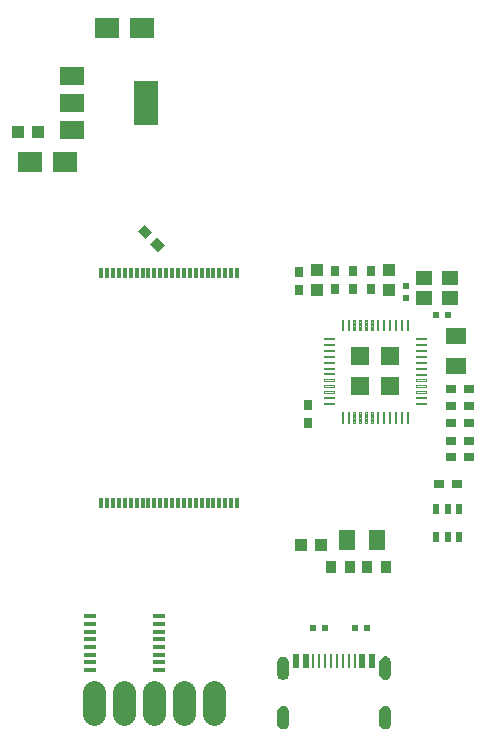
<source format=gbr>
G04 EAGLE Gerber RS-274X export*
G75*
%MOMM*%
%FSLAX34Y34*%
%LPD*%
%INSolderpaste Top*%
%IPPOS*%
%AMOC8*
5,1,8,0,0,1.08239X$1,22.5*%
G01*
%ADD10R,0.900000X1.000000*%
%ADD11R,0.600000X0.900000*%
%ADD12R,1.000000X1.100000*%
%ADD13R,1.100000X1.000000*%
%ADD14R,1.500000X1.500000*%
%ADD15C,0.115000*%
%ADD16R,1.400000X1.200000*%
%ADD17R,0.800000X0.900000*%
%ADD18R,1.400000X1.800000*%
%ADD19R,0.900000X0.800000*%
%ADD20R,0.600000X0.600000*%
%ADD21R,1.800000X1.400000*%
%ADD22R,0.575000X1.150000*%
%ADD23R,0.275000X1.150000*%
%ADD24R,0.300000X0.900000*%
%ADD25R,0.990600X0.304800*%
%ADD26R,2.150000X1.800000*%
%ADD27R,1.050000X1.080000*%
%ADD28R,2.000000X1.500000*%
%ADD29R,2.000000X3.800000*%
%ADD30C,1.930400*%

G36*
X438081Y45455D02*
X438081Y45455D01*
X438082Y45456D01*
X438083Y45455D01*
X439103Y45812D01*
X439103Y45813D01*
X439104Y45813D01*
X440019Y46388D01*
X440020Y46388D01*
X440784Y47153D01*
X441359Y48068D01*
X441359Y48069D01*
X441360Y48069D01*
X441717Y49089D01*
X441717Y49090D01*
X441716Y49090D01*
X441717Y49091D01*
X441717Y49095D01*
X441718Y49100D01*
X441719Y49105D01*
X441721Y49125D01*
X441721Y49129D01*
X441721Y49130D01*
X441722Y49134D01*
X441722Y49135D01*
X441722Y49139D01*
X441723Y49144D01*
X441724Y49149D01*
X441724Y49154D01*
X441725Y49159D01*
X441725Y49164D01*
X441727Y49184D01*
X441728Y49184D01*
X441728Y49189D01*
X441729Y49194D01*
X441729Y49199D01*
X441730Y49204D01*
X441730Y49209D01*
X441731Y49214D01*
X441731Y49219D01*
X441732Y49224D01*
X441734Y49244D01*
X441735Y49249D01*
X441735Y49254D01*
X441736Y49259D01*
X441736Y49264D01*
X441737Y49269D01*
X441738Y49274D01*
X441738Y49279D01*
X441741Y49303D01*
X441741Y49308D01*
X441742Y49308D01*
X441741Y49308D01*
X441742Y49313D01*
X441743Y49318D01*
X441743Y49323D01*
X441744Y49328D01*
X441744Y49333D01*
X441745Y49338D01*
X441748Y49363D01*
X441748Y49368D01*
X441749Y49373D01*
X441749Y49378D01*
X441750Y49383D01*
X441750Y49388D01*
X441751Y49393D01*
X441752Y49398D01*
X441754Y49418D01*
X441754Y49423D01*
X441755Y49428D01*
X441755Y49433D01*
X441756Y49433D01*
X441755Y49433D01*
X441756Y49438D01*
X441757Y49443D01*
X441757Y49447D01*
X441757Y49448D01*
X441758Y49452D01*
X441758Y49453D01*
X441758Y49457D01*
X441761Y49477D01*
X441761Y49482D01*
X441762Y49487D01*
X441762Y49492D01*
X441763Y49497D01*
X441763Y49502D01*
X441764Y49507D01*
X441764Y49512D01*
X441765Y49517D01*
X441767Y49537D01*
X441768Y49542D01*
X441768Y49547D01*
X441769Y49552D01*
X441769Y49557D01*
X441770Y49557D01*
X441769Y49557D01*
X441770Y49562D01*
X441771Y49567D01*
X441771Y49572D01*
X441772Y49577D01*
X441774Y49597D01*
X441775Y49602D01*
X441775Y49606D01*
X441775Y49607D01*
X441776Y49611D01*
X441776Y49612D01*
X441776Y49616D01*
X441777Y49621D01*
X441777Y49626D01*
X441778Y49631D01*
X441781Y49656D01*
X441781Y49661D01*
X441782Y49666D01*
X441782Y49671D01*
X441783Y49676D01*
X441783Y49681D01*
X441784Y49681D01*
X441783Y49681D01*
X441784Y49686D01*
X441785Y49691D01*
X441787Y49716D01*
X441788Y49721D01*
X441789Y49726D01*
X441789Y49731D01*
X441790Y49736D01*
X441790Y49741D01*
X441791Y49746D01*
X441791Y49751D01*
X441794Y49770D01*
X441794Y49771D01*
X441794Y49775D01*
X441795Y49780D01*
X441795Y49785D01*
X441796Y49790D01*
X441796Y49795D01*
X441797Y49800D01*
X441797Y49805D01*
X441798Y49805D01*
X441797Y49805D01*
X441798Y49810D01*
X441800Y49830D01*
X441801Y49835D01*
X441801Y49840D01*
X441802Y49845D01*
X441803Y49850D01*
X441803Y49855D01*
X441804Y49860D01*
X441804Y49865D01*
X441805Y49870D01*
X441807Y49890D01*
X441808Y49895D01*
X441808Y49900D01*
X441809Y49905D01*
X441809Y49910D01*
X441810Y49915D01*
X441810Y49920D01*
X441811Y49924D01*
X441811Y49925D01*
X441811Y49929D01*
X441812Y49929D01*
X441811Y49930D01*
X441814Y49949D01*
X441814Y49954D01*
X441815Y49959D01*
X441815Y49964D01*
X441816Y49969D01*
X441817Y49974D01*
X441817Y49979D01*
X441818Y49984D01*
X441820Y50009D01*
X441821Y50014D01*
X441822Y50019D01*
X441822Y50024D01*
X441823Y50029D01*
X441823Y50034D01*
X441824Y50039D01*
X441824Y50044D01*
X441827Y50069D01*
X441828Y50074D01*
X441828Y50079D01*
X441829Y50083D01*
X441829Y50084D01*
X441829Y50088D01*
X441829Y50089D01*
X441830Y50093D01*
X441831Y50098D01*
X441831Y50103D01*
X441833Y50123D01*
X441834Y50128D01*
X441834Y50133D01*
X441835Y50138D01*
X441836Y50143D01*
X441836Y50148D01*
X441837Y50153D01*
X441837Y50158D01*
X441838Y50163D01*
X441838Y50164D01*
X441838Y50165D01*
X441838Y60325D01*
X441838Y60326D01*
X441717Y61399D01*
X441716Y61400D01*
X441717Y61401D01*
X441360Y62421D01*
X441359Y62421D01*
X441359Y62422D01*
X440784Y63337D01*
X440784Y63338D01*
X440020Y64102D01*
X440019Y64102D01*
X439104Y64677D01*
X439103Y64677D01*
X439103Y64678D01*
X438083Y65035D01*
X438082Y65034D01*
X438081Y65035D01*
X437008Y65156D01*
X437007Y65156D01*
X437006Y65156D01*
X436640Y65115D01*
X436596Y65110D01*
X436552Y65105D01*
X436508Y65100D01*
X435978Y65040D01*
X435934Y65035D01*
X435890Y65030D01*
X435876Y65029D01*
X435876Y65028D01*
X435875Y65028D01*
X434801Y64653D01*
X434801Y64652D01*
X434800Y64652D01*
X433837Y64047D01*
X433837Y64046D01*
X433836Y64046D01*
X433032Y63242D01*
X433032Y63241D01*
X433031Y63241D01*
X432426Y62278D01*
X432426Y62277D01*
X432425Y62277D01*
X432050Y61203D01*
X432050Y61202D01*
X432049Y61202D01*
X432048Y61190D01*
X432048Y61185D01*
X432047Y61180D01*
X432046Y61175D01*
X432046Y61170D01*
X432045Y61165D01*
X432045Y61160D01*
X432044Y61155D01*
X432044Y61150D01*
X432041Y61130D01*
X432041Y61125D01*
X432040Y61120D01*
X432040Y61115D01*
X432039Y61110D01*
X432039Y61105D01*
X432038Y61101D01*
X432038Y61100D01*
X432037Y61096D01*
X432037Y61095D01*
X432037Y61091D01*
X432035Y61071D01*
X432034Y61066D01*
X432034Y61061D01*
X432033Y61056D01*
X432032Y61051D01*
X432032Y61046D01*
X432031Y61041D01*
X432031Y61036D01*
X432030Y61031D01*
X432028Y61011D01*
X432027Y61006D01*
X432027Y61001D01*
X432026Y60996D01*
X432026Y60991D01*
X432025Y60986D01*
X432025Y60981D01*
X432024Y60976D01*
X432023Y60971D01*
X432021Y60951D01*
X432021Y60946D01*
X432020Y60942D01*
X432020Y60941D01*
X432020Y60937D01*
X432020Y60936D01*
X432019Y60932D01*
X432018Y60927D01*
X432018Y60922D01*
X432017Y60917D01*
X432017Y60912D01*
X432015Y60892D01*
X432014Y60892D01*
X432014Y60887D01*
X432013Y60882D01*
X432013Y60877D01*
X432012Y60872D01*
X432012Y60867D01*
X432011Y60862D01*
X432011Y60857D01*
X432010Y60852D01*
X432008Y60832D01*
X432007Y60827D01*
X432007Y60822D01*
X432006Y60817D01*
X432006Y60812D01*
X432005Y60807D01*
X432004Y60802D01*
X432004Y60797D01*
X432003Y60792D01*
X432001Y60773D01*
X432001Y60768D01*
X432000Y60768D01*
X432001Y60768D01*
X432000Y60763D01*
X431999Y60758D01*
X431999Y60753D01*
X431998Y60748D01*
X431998Y60743D01*
X431997Y60738D01*
X431997Y60733D01*
X431994Y60713D01*
X431994Y60708D01*
X431993Y60703D01*
X431993Y60698D01*
X431992Y60693D01*
X431992Y60688D01*
X431991Y60683D01*
X431990Y60678D01*
X431990Y60673D01*
X431988Y60653D01*
X431987Y60648D01*
X431987Y60643D01*
X431986Y60643D01*
X431987Y60643D01*
X431986Y60638D01*
X431985Y60633D01*
X431985Y60628D01*
X431984Y60624D01*
X431984Y60623D01*
X431984Y60619D01*
X431984Y60618D01*
X431983Y60614D01*
X431981Y60594D01*
X431980Y60589D01*
X431980Y60584D01*
X431979Y60579D01*
X431979Y60574D01*
X431978Y60569D01*
X431978Y60564D01*
X431977Y60559D01*
X431974Y60534D01*
X431974Y60529D01*
X431973Y60524D01*
X431973Y60519D01*
X431972Y60519D01*
X431973Y60519D01*
X431972Y60514D01*
X431971Y60509D01*
X431971Y60504D01*
X431970Y60499D01*
X431967Y60474D01*
X431967Y60469D01*
X431966Y60465D01*
X431966Y60464D01*
X431966Y60460D01*
X431966Y60459D01*
X431965Y60455D01*
X431965Y60450D01*
X431964Y60445D01*
X431964Y60440D01*
X431961Y60415D01*
X431960Y60410D01*
X431960Y60405D01*
X431959Y60400D01*
X431959Y60395D01*
X431958Y60395D01*
X431959Y60395D01*
X431958Y60390D01*
X431957Y60385D01*
X431957Y60380D01*
X431954Y60355D01*
X431953Y60350D01*
X431953Y60345D01*
X431952Y60340D01*
X431952Y60335D01*
X431951Y60330D01*
X431951Y60325D01*
X431950Y60320D01*
X431947Y60296D01*
X431947Y60291D01*
X431946Y60286D01*
X431946Y60281D01*
X431945Y60276D01*
X431945Y60271D01*
X431944Y60271D01*
X431945Y60271D01*
X431944Y60266D01*
X431943Y60261D01*
X431941Y60241D01*
X431941Y60236D01*
X431940Y60231D01*
X431939Y60226D01*
X431939Y60221D01*
X431938Y60216D01*
X431938Y60211D01*
X431937Y60206D01*
X431937Y60201D01*
X431934Y60181D01*
X431934Y60176D01*
X431933Y60171D01*
X431933Y60166D01*
X431932Y60161D01*
X431932Y60156D01*
X431931Y60151D01*
X431931Y60147D01*
X431930Y60146D01*
X431931Y60146D01*
X431930Y60142D01*
X431930Y60141D01*
X431928Y60122D01*
X431927Y60117D01*
X431927Y60112D01*
X431926Y60107D01*
X431925Y60102D01*
X431925Y60097D01*
X431924Y60092D01*
X431924Y60087D01*
X431923Y60082D01*
X431922Y60072D01*
X431922Y60071D01*
X431922Y50419D01*
X431922Y50418D01*
X432049Y49288D01*
X432050Y49288D01*
X432050Y49287D01*
X432425Y48213D01*
X432426Y48213D01*
X432426Y48212D01*
X433031Y47249D01*
X433032Y47249D01*
X433032Y47248D01*
X433836Y46444D01*
X433837Y46444D01*
X433837Y46443D01*
X434800Y45838D01*
X434801Y45838D01*
X434801Y45837D01*
X435875Y45462D01*
X435876Y45462D01*
X435876Y45461D01*
X437006Y45334D01*
X437007Y45335D01*
X437008Y45334D01*
X438081Y45455D01*
G37*
G36*
X351594Y45328D02*
X351594Y45328D01*
X351595Y45329D01*
X351596Y45328D01*
X352616Y45685D01*
X352616Y45686D01*
X352617Y45686D01*
X353532Y46261D01*
X353533Y46261D01*
X354297Y47026D01*
X354872Y47941D01*
X354872Y47942D01*
X354873Y47942D01*
X355230Y48962D01*
X355230Y48963D01*
X355229Y48963D01*
X355230Y48964D01*
X355230Y48968D01*
X355231Y48973D01*
X355232Y48978D01*
X355234Y48998D01*
X355234Y49002D01*
X355234Y49003D01*
X355235Y49007D01*
X355235Y49008D01*
X355235Y49012D01*
X355236Y49017D01*
X355237Y49022D01*
X355237Y49027D01*
X355238Y49032D01*
X355238Y49037D01*
X355240Y49057D01*
X355241Y49057D01*
X355241Y49062D01*
X355242Y49067D01*
X355242Y49072D01*
X355243Y49077D01*
X355243Y49082D01*
X355244Y49087D01*
X355244Y49092D01*
X355245Y49097D01*
X355247Y49117D01*
X355248Y49122D01*
X355248Y49127D01*
X355249Y49132D01*
X355249Y49137D01*
X355250Y49142D01*
X355251Y49147D01*
X355251Y49152D01*
X355254Y49176D01*
X355254Y49181D01*
X355255Y49181D01*
X355254Y49181D01*
X355255Y49186D01*
X355256Y49191D01*
X355256Y49196D01*
X355257Y49201D01*
X355257Y49206D01*
X355258Y49211D01*
X355261Y49236D01*
X355261Y49241D01*
X355262Y49246D01*
X355262Y49251D01*
X355263Y49256D01*
X355263Y49261D01*
X355264Y49266D01*
X355265Y49271D01*
X355267Y49291D01*
X355267Y49296D01*
X355268Y49301D01*
X355268Y49306D01*
X355269Y49306D01*
X355268Y49306D01*
X355269Y49311D01*
X355270Y49316D01*
X355270Y49320D01*
X355270Y49321D01*
X355271Y49325D01*
X355271Y49326D01*
X355271Y49330D01*
X355274Y49350D01*
X355274Y49355D01*
X355275Y49360D01*
X355275Y49365D01*
X355276Y49370D01*
X355276Y49375D01*
X355277Y49380D01*
X355277Y49385D01*
X355278Y49390D01*
X355280Y49410D01*
X355281Y49415D01*
X355281Y49420D01*
X355282Y49425D01*
X355282Y49430D01*
X355283Y49430D01*
X355282Y49430D01*
X355283Y49435D01*
X355284Y49440D01*
X355284Y49445D01*
X355285Y49450D01*
X355287Y49470D01*
X355288Y49475D01*
X355288Y49479D01*
X355288Y49480D01*
X355289Y49484D01*
X355289Y49485D01*
X355289Y49489D01*
X355290Y49494D01*
X355290Y49499D01*
X355291Y49504D01*
X355294Y49529D01*
X355294Y49534D01*
X355295Y49539D01*
X355295Y49544D01*
X355296Y49549D01*
X355296Y49554D01*
X355297Y49554D01*
X355296Y49554D01*
X355297Y49559D01*
X355298Y49564D01*
X355300Y49589D01*
X355301Y49594D01*
X355302Y49599D01*
X355302Y49604D01*
X355303Y49609D01*
X355303Y49614D01*
X355304Y49619D01*
X355304Y49624D01*
X355307Y49643D01*
X355307Y49644D01*
X355307Y49648D01*
X355308Y49653D01*
X355308Y49658D01*
X355309Y49663D01*
X355309Y49668D01*
X355310Y49673D01*
X355310Y49678D01*
X355311Y49678D01*
X355310Y49678D01*
X355311Y49683D01*
X355313Y49703D01*
X355314Y49708D01*
X355314Y49713D01*
X355315Y49718D01*
X355316Y49723D01*
X355316Y49728D01*
X355317Y49733D01*
X355317Y49738D01*
X355318Y49743D01*
X355320Y49763D01*
X355321Y49768D01*
X355321Y49773D01*
X355322Y49778D01*
X355322Y49783D01*
X355323Y49788D01*
X355323Y49793D01*
X355324Y49797D01*
X355324Y49798D01*
X355324Y49802D01*
X355325Y49802D01*
X355324Y49803D01*
X355327Y49822D01*
X355327Y49827D01*
X355328Y49832D01*
X355328Y49837D01*
X355329Y49842D01*
X355330Y49847D01*
X355330Y49852D01*
X355331Y49857D01*
X355333Y49882D01*
X355334Y49887D01*
X355335Y49892D01*
X355335Y49897D01*
X355336Y49902D01*
X355336Y49907D01*
X355337Y49912D01*
X355337Y49917D01*
X355340Y49942D01*
X355341Y49947D01*
X355341Y49952D01*
X355342Y49956D01*
X355342Y49957D01*
X355342Y49961D01*
X355342Y49962D01*
X355343Y49966D01*
X355344Y49971D01*
X355344Y49976D01*
X355346Y49996D01*
X355347Y50001D01*
X355347Y50006D01*
X355348Y50011D01*
X355349Y50016D01*
X355349Y50021D01*
X355350Y50026D01*
X355350Y50031D01*
X355351Y50036D01*
X355351Y50037D01*
X355351Y50038D01*
X355351Y60198D01*
X355351Y60199D01*
X355230Y61272D01*
X355229Y61273D01*
X355230Y61274D01*
X354873Y62294D01*
X354872Y62294D01*
X354872Y62295D01*
X354297Y63210D01*
X354297Y63211D01*
X353533Y63975D01*
X353532Y63975D01*
X352617Y64550D01*
X352616Y64550D01*
X352616Y64551D01*
X351596Y64908D01*
X351595Y64907D01*
X351594Y64908D01*
X350521Y65029D01*
X350520Y65029D01*
X350519Y65029D01*
X350153Y64988D01*
X350109Y64983D01*
X350065Y64978D01*
X350021Y64973D01*
X349491Y64913D01*
X349447Y64908D01*
X349403Y64903D01*
X349389Y64902D01*
X349389Y64901D01*
X349388Y64901D01*
X348314Y64526D01*
X348314Y64525D01*
X348313Y64525D01*
X347350Y63920D01*
X347350Y63919D01*
X347349Y63919D01*
X346545Y63115D01*
X346545Y63114D01*
X346544Y63114D01*
X345939Y62151D01*
X345939Y62150D01*
X345938Y62150D01*
X345563Y61076D01*
X345563Y61075D01*
X345562Y61075D01*
X345561Y61063D01*
X345561Y61058D01*
X345560Y61053D01*
X345559Y61048D01*
X345559Y61043D01*
X345558Y61038D01*
X345558Y61033D01*
X345557Y61028D01*
X345557Y61023D01*
X345554Y61003D01*
X345554Y60998D01*
X345553Y60993D01*
X345553Y60988D01*
X345552Y60983D01*
X345552Y60978D01*
X345551Y60974D01*
X345551Y60973D01*
X345550Y60969D01*
X345550Y60968D01*
X345550Y60964D01*
X345548Y60944D01*
X345547Y60939D01*
X345547Y60934D01*
X345546Y60929D01*
X345545Y60924D01*
X345545Y60919D01*
X345544Y60914D01*
X345544Y60909D01*
X345543Y60904D01*
X345541Y60884D01*
X345540Y60879D01*
X345540Y60874D01*
X345539Y60869D01*
X345539Y60864D01*
X345538Y60859D01*
X345538Y60854D01*
X345537Y60849D01*
X345536Y60844D01*
X345534Y60824D01*
X345534Y60819D01*
X345533Y60815D01*
X345533Y60814D01*
X345533Y60810D01*
X345533Y60809D01*
X345532Y60805D01*
X345531Y60800D01*
X345531Y60795D01*
X345530Y60790D01*
X345530Y60785D01*
X345528Y60765D01*
X345527Y60765D01*
X345527Y60760D01*
X345526Y60755D01*
X345526Y60750D01*
X345525Y60745D01*
X345525Y60740D01*
X345524Y60735D01*
X345524Y60730D01*
X345523Y60725D01*
X345521Y60705D01*
X345520Y60700D01*
X345520Y60695D01*
X345519Y60690D01*
X345519Y60685D01*
X345518Y60680D01*
X345517Y60675D01*
X345517Y60670D01*
X345516Y60665D01*
X345514Y60646D01*
X345514Y60641D01*
X345513Y60641D01*
X345514Y60641D01*
X345513Y60636D01*
X345512Y60631D01*
X345512Y60626D01*
X345511Y60621D01*
X345511Y60616D01*
X345510Y60611D01*
X345510Y60606D01*
X345507Y60586D01*
X345507Y60581D01*
X345506Y60576D01*
X345506Y60571D01*
X345505Y60566D01*
X345505Y60561D01*
X345504Y60556D01*
X345503Y60551D01*
X345503Y60546D01*
X345501Y60526D01*
X345500Y60521D01*
X345500Y60516D01*
X345499Y60516D01*
X345500Y60516D01*
X345499Y60511D01*
X345498Y60506D01*
X345498Y60501D01*
X345497Y60497D01*
X345497Y60496D01*
X345497Y60492D01*
X345497Y60491D01*
X345496Y60487D01*
X345494Y60467D01*
X345493Y60462D01*
X345493Y60457D01*
X345492Y60452D01*
X345492Y60447D01*
X345491Y60442D01*
X345491Y60437D01*
X345490Y60432D01*
X345487Y60407D01*
X345487Y60402D01*
X345486Y60397D01*
X345486Y60392D01*
X345485Y60392D01*
X345486Y60392D01*
X345485Y60387D01*
X345484Y60382D01*
X345484Y60377D01*
X345483Y60372D01*
X345480Y60347D01*
X345480Y60342D01*
X345479Y60338D01*
X345479Y60337D01*
X345479Y60333D01*
X345479Y60332D01*
X345478Y60328D01*
X345478Y60323D01*
X345477Y60318D01*
X345477Y60313D01*
X345474Y60288D01*
X345473Y60283D01*
X345473Y60278D01*
X345472Y60273D01*
X345472Y60268D01*
X345471Y60268D01*
X345472Y60268D01*
X345471Y60263D01*
X345470Y60258D01*
X345470Y60253D01*
X345467Y60228D01*
X345466Y60223D01*
X345466Y60218D01*
X345465Y60213D01*
X345465Y60208D01*
X345464Y60203D01*
X345464Y60198D01*
X345463Y60193D01*
X345460Y60169D01*
X345460Y60164D01*
X345459Y60159D01*
X345459Y60154D01*
X345458Y60149D01*
X345458Y60144D01*
X345457Y60144D01*
X345458Y60144D01*
X345457Y60139D01*
X345456Y60134D01*
X345454Y60114D01*
X345454Y60109D01*
X345453Y60104D01*
X345452Y60099D01*
X345452Y60094D01*
X345451Y60089D01*
X345451Y60084D01*
X345450Y60079D01*
X345450Y60074D01*
X345447Y60054D01*
X345447Y60049D01*
X345446Y60044D01*
X345446Y60039D01*
X345445Y60034D01*
X345445Y60029D01*
X345444Y60024D01*
X345444Y60020D01*
X345443Y60019D01*
X345444Y60019D01*
X345443Y60015D01*
X345443Y60014D01*
X345441Y59995D01*
X345440Y59990D01*
X345440Y59985D01*
X345439Y59980D01*
X345438Y59975D01*
X345438Y59970D01*
X345437Y59965D01*
X345437Y59960D01*
X345436Y59955D01*
X345435Y59945D01*
X345435Y59944D01*
X345435Y50292D01*
X345435Y50291D01*
X345562Y49161D01*
X345563Y49161D01*
X345563Y49160D01*
X345938Y48086D01*
X345939Y48086D01*
X345939Y48085D01*
X346544Y47122D01*
X346545Y47122D01*
X346545Y47121D01*
X347349Y46317D01*
X347350Y46317D01*
X347350Y46316D01*
X348313Y45711D01*
X348314Y45711D01*
X348314Y45710D01*
X349388Y45335D01*
X349389Y45335D01*
X349389Y45334D01*
X350519Y45207D01*
X350520Y45208D01*
X350521Y45207D01*
X351594Y45328D01*
G37*
G36*
X438081Y3545D02*
X438081Y3545D01*
X438082Y3546D01*
X438083Y3545D01*
X439103Y3902D01*
X439103Y3903D01*
X439104Y3903D01*
X440019Y4478D01*
X440020Y4478D01*
X440784Y5243D01*
X441359Y6158D01*
X441359Y6159D01*
X441360Y6159D01*
X441717Y7179D01*
X441717Y7180D01*
X441716Y7180D01*
X441717Y7181D01*
X441717Y7185D01*
X441718Y7190D01*
X441719Y7195D01*
X441721Y7215D01*
X441721Y7219D01*
X441721Y7220D01*
X441722Y7224D01*
X441722Y7225D01*
X441722Y7229D01*
X441723Y7234D01*
X441724Y7239D01*
X441724Y7244D01*
X441725Y7249D01*
X441725Y7254D01*
X441727Y7274D01*
X441728Y7274D01*
X441728Y7279D01*
X441729Y7284D01*
X441729Y7289D01*
X441730Y7294D01*
X441730Y7299D01*
X441731Y7304D01*
X441731Y7309D01*
X441732Y7314D01*
X441734Y7334D01*
X441735Y7339D01*
X441735Y7344D01*
X441736Y7349D01*
X441736Y7354D01*
X441737Y7359D01*
X441738Y7364D01*
X441738Y7369D01*
X441741Y7393D01*
X441741Y7398D01*
X441742Y7398D01*
X441741Y7398D01*
X441742Y7403D01*
X441743Y7408D01*
X441743Y7413D01*
X441744Y7418D01*
X441744Y7423D01*
X441745Y7428D01*
X441748Y7453D01*
X441748Y7458D01*
X441749Y7463D01*
X441749Y7468D01*
X441750Y7473D01*
X441750Y7478D01*
X441751Y7483D01*
X441752Y7488D01*
X441754Y7508D01*
X441754Y7513D01*
X441755Y7518D01*
X441755Y7523D01*
X441756Y7523D01*
X441755Y7523D01*
X441756Y7528D01*
X441757Y7533D01*
X441757Y7537D01*
X441757Y7538D01*
X441758Y7542D01*
X441758Y7543D01*
X441758Y7547D01*
X441761Y7567D01*
X441761Y7572D01*
X441762Y7577D01*
X441762Y7582D01*
X441763Y7587D01*
X441763Y7592D01*
X441764Y7597D01*
X441764Y7602D01*
X441765Y7607D01*
X441767Y7627D01*
X441768Y7632D01*
X441768Y7637D01*
X441769Y7642D01*
X441769Y7647D01*
X441770Y7647D01*
X441769Y7647D01*
X441770Y7652D01*
X441771Y7657D01*
X441771Y7662D01*
X441772Y7667D01*
X441774Y7687D01*
X441775Y7692D01*
X441775Y7696D01*
X441775Y7697D01*
X441776Y7701D01*
X441776Y7702D01*
X441776Y7706D01*
X441777Y7711D01*
X441777Y7716D01*
X441778Y7721D01*
X441781Y7746D01*
X441781Y7751D01*
X441782Y7756D01*
X441782Y7761D01*
X441783Y7766D01*
X441783Y7771D01*
X441784Y7771D01*
X441783Y7771D01*
X441784Y7776D01*
X441785Y7781D01*
X441787Y7806D01*
X441788Y7811D01*
X441789Y7816D01*
X441789Y7821D01*
X441790Y7826D01*
X441790Y7831D01*
X441791Y7836D01*
X441791Y7841D01*
X441794Y7860D01*
X441794Y7861D01*
X441794Y7865D01*
X441795Y7870D01*
X441795Y7875D01*
X441796Y7880D01*
X441796Y7885D01*
X441797Y7890D01*
X441797Y7895D01*
X441798Y7895D01*
X441797Y7895D01*
X441798Y7900D01*
X441800Y7920D01*
X441801Y7925D01*
X441801Y7930D01*
X441802Y7935D01*
X441803Y7940D01*
X441803Y7945D01*
X441804Y7950D01*
X441804Y7955D01*
X441805Y7960D01*
X441807Y7980D01*
X441808Y7985D01*
X441808Y7990D01*
X441809Y7995D01*
X441809Y8000D01*
X441810Y8005D01*
X441810Y8010D01*
X441811Y8014D01*
X441811Y8015D01*
X441811Y8019D01*
X441812Y8019D01*
X441811Y8020D01*
X441814Y8039D01*
X441814Y8044D01*
X441815Y8049D01*
X441815Y8054D01*
X441816Y8059D01*
X441817Y8064D01*
X441817Y8069D01*
X441818Y8074D01*
X441820Y8099D01*
X441821Y8104D01*
X441822Y8109D01*
X441822Y8114D01*
X441823Y8119D01*
X441823Y8124D01*
X441824Y8129D01*
X441824Y8134D01*
X441827Y8159D01*
X441828Y8164D01*
X441828Y8169D01*
X441829Y8173D01*
X441829Y8174D01*
X441829Y8178D01*
X441829Y8179D01*
X441830Y8183D01*
X441831Y8188D01*
X441831Y8193D01*
X441833Y8213D01*
X441834Y8218D01*
X441834Y8223D01*
X441835Y8228D01*
X441836Y8233D01*
X441836Y8238D01*
X441837Y8243D01*
X441837Y8248D01*
X441838Y8253D01*
X441838Y8254D01*
X441838Y8255D01*
X441838Y18415D01*
X441838Y18416D01*
X441717Y19489D01*
X441716Y19490D01*
X441717Y19491D01*
X441360Y20511D01*
X441359Y20511D01*
X441359Y20512D01*
X440784Y21427D01*
X440784Y21428D01*
X440020Y22192D01*
X440019Y22192D01*
X439104Y22767D01*
X439103Y22767D01*
X439103Y22768D01*
X438083Y23125D01*
X438082Y23124D01*
X438081Y23125D01*
X437008Y23246D01*
X437007Y23246D01*
X437006Y23246D01*
X436640Y23205D01*
X436596Y23200D01*
X436552Y23195D01*
X436508Y23190D01*
X435978Y23130D01*
X435934Y23125D01*
X435890Y23120D01*
X435876Y23119D01*
X435876Y23118D01*
X435875Y23118D01*
X434801Y22743D01*
X434801Y22742D01*
X434800Y22742D01*
X433837Y22137D01*
X433837Y22136D01*
X433836Y22136D01*
X433032Y21332D01*
X433032Y21331D01*
X433031Y21331D01*
X432426Y20368D01*
X432426Y20367D01*
X432425Y20367D01*
X432050Y19293D01*
X432050Y19292D01*
X432049Y19292D01*
X432048Y19280D01*
X432048Y19275D01*
X432047Y19270D01*
X432046Y19265D01*
X432046Y19260D01*
X432045Y19255D01*
X432045Y19250D01*
X432044Y19245D01*
X432044Y19240D01*
X432041Y19220D01*
X432041Y19215D01*
X432040Y19210D01*
X432040Y19205D01*
X432039Y19200D01*
X432039Y19195D01*
X432038Y19191D01*
X432038Y19190D01*
X432037Y19186D01*
X432037Y19185D01*
X432037Y19181D01*
X432035Y19161D01*
X432034Y19156D01*
X432034Y19151D01*
X432033Y19146D01*
X432032Y19141D01*
X432032Y19136D01*
X432031Y19131D01*
X432031Y19126D01*
X432030Y19121D01*
X432028Y19101D01*
X432027Y19096D01*
X432027Y19091D01*
X432026Y19086D01*
X432026Y19081D01*
X432025Y19076D01*
X432025Y19071D01*
X432024Y19066D01*
X432023Y19061D01*
X432021Y19041D01*
X432021Y19036D01*
X432020Y19032D01*
X432020Y19031D01*
X432020Y19027D01*
X432020Y19026D01*
X432019Y19022D01*
X432018Y19017D01*
X432018Y19012D01*
X432017Y19007D01*
X432017Y19002D01*
X432015Y18982D01*
X432014Y18982D01*
X432014Y18977D01*
X432013Y18972D01*
X432013Y18967D01*
X432012Y18962D01*
X432012Y18957D01*
X432011Y18952D01*
X432011Y18947D01*
X432010Y18942D01*
X432008Y18922D01*
X432007Y18917D01*
X432007Y18912D01*
X432006Y18907D01*
X432006Y18902D01*
X432005Y18897D01*
X432004Y18892D01*
X432004Y18887D01*
X432003Y18882D01*
X432001Y18863D01*
X432001Y18858D01*
X432000Y18858D01*
X432001Y18858D01*
X432000Y18853D01*
X431999Y18848D01*
X431999Y18843D01*
X431998Y18838D01*
X431998Y18833D01*
X431997Y18828D01*
X431997Y18823D01*
X431994Y18803D01*
X431994Y18798D01*
X431993Y18793D01*
X431993Y18788D01*
X431992Y18783D01*
X431992Y18778D01*
X431991Y18773D01*
X431990Y18768D01*
X431990Y18763D01*
X431988Y18743D01*
X431987Y18738D01*
X431987Y18733D01*
X431986Y18733D01*
X431987Y18733D01*
X431986Y18728D01*
X431985Y18723D01*
X431985Y18718D01*
X431984Y18714D01*
X431984Y18713D01*
X431984Y18709D01*
X431984Y18708D01*
X431983Y18704D01*
X431981Y18684D01*
X431980Y18679D01*
X431980Y18674D01*
X431979Y18669D01*
X431979Y18664D01*
X431978Y18659D01*
X431978Y18654D01*
X431977Y18649D01*
X431974Y18624D01*
X431974Y18619D01*
X431973Y18614D01*
X431973Y18609D01*
X431972Y18609D01*
X431973Y18609D01*
X431972Y18604D01*
X431971Y18599D01*
X431971Y18594D01*
X431970Y18589D01*
X431967Y18564D01*
X431967Y18559D01*
X431966Y18555D01*
X431966Y18554D01*
X431966Y18550D01*
X431966Y18549D01*
X431965Y18545D01*
X431965Y18540D01*
X431964Y18535D01*
X431964Y18530D01*
X431961Y18505D01*
X431960Y18500D01*
X431960Y18495D01*
X431959Y18490D01*
X431959Y18485D01*
X431958Y18485D01*
X431959Y18485D01*
X431958Y18480D01*
X431957Y18475D01*
X431957Y18470D01*
X431954Y18445D01*
X431953Y18440D01*
X431953Y18435D01*
X431952Y18430D01*
X431952Y18425D01*
X431951Y18420D01*
X431951Y18415D01*
X431950Y18410D01*
X431947Y18386D01*
X431947Y18381D01*
X431946Y18376D01*
X431946Y18371D01*
X431945Y18366D01*
X431945Y18361D01*
X431944Y18361D01*
X431945Y18361D01*
X431944Y18356D01*
X431943Y18351D01*
X431941Y18331D01*
X431941Y18326D01*
X431940Y18321D01*
X431939Y18316D01*
X431939Y18311D01*
X431938Y18306D01*
X431938Y18301D01*
X431937Y18296D01*
X431937Y18291D01*
X431934Y18271D01*
X431934Y18266D01*
X431933Y18261D01*
X431933Y18256D01*
X431932Y18251D01*
X431932Y18246D01*
X431931Y18241D01*
X431931Y18237D01*
X431930Y18236D01*
X431931Y18236D01*
X431930Y18232D01*
X431930Y18231D01*
X431928Y18212D01*
X431927Y18207D01*
X431927Y18202D01*
X431926Y18197D01*
X431925Y18192D01*
X431925Y18187D01*
X431924Y18182D01*
X431924Y18177D01*
X431923Y18172D01*
X431922Y18162D01*
X431922Y18161D01*
X431922Y8509D01*
X431922Y8508D01*
X432049Y7378D01*
X432050Y7378D01*
X432050Y7377D01*
X432425Y6303D01*
X432426Y6303D01*
X432426Y6302D01*
X433031Y5339D01*
X433032Y5339D01*
X433032Y5338D01*
X433836Y4534D01*
X433837Y4534D01*
X433837Y4533D01*
X434800Y3928D01*
X434801Y3928D01*
X434801Y3927D01*
X435875Y3552D01*
X435876Y3552D01*
X435876Y3551D01*
X437006Y3424D01*
X437007Y3425D01*
X437008Y3424D01*
X438081Y3545D01*
G37*
G36*
X351721Y3545D02*
X351721Y3545D01*
X351722Y3546D01*
X351723Y3545D01*
X352743Y3902D01*
X352743Y3903D01*
X352744Y3903D01*
X353659Y4478D01*
X353660Y4478D01*
X354424Y5243D01*
X354999Y6158D01*
X354999Y6159D01*
X355000Y6159D01*
X355357Y7179D01*
X355357Y7180D01*
X355356Y7180D01*
X355357Y7181D01*
X355357Y7185D01*
X355358Y7190D01*
X355359Y7195D01*
X355361Y7215D01*
X355361Y7219D01*
X355361Y7220D01*
X355362Y7224D01*
X355362Y7225D01*
X355362Y7229D01*
X355363Y7234D01*
X355364Y7239D01*
X355364Y7244D01*
X355365Y7249D01*
X355365Y7254D01*
X355367Y7274D01*
X355368Y7274D01*
X355368Y7279D01*
X355369Y7284D01*
X355369Y7289D01*
X355370Y7294D01*
X355370Y7299D01*
X355371Y7304D01*
X355371Y7309D01*
X355372Y7314D01*
X355374Y7334D01*
X355375Y7339D01*
X355375Y7344D01*
X355376Y7349D01*
X355376Y7354D01*
X355377Y7359D01*
X355378Y7364D01*
X355378Y7369D01*
X355381Y7393D01*
X355381Y7398D01*
X355382Y7398D01*
X355381Y7398D01*
X355382Y7403D01*
X355383Y7408D01*
X355383Y7413D01*
X355384Y7418D01*
X355384Y7423D01*
X355385Y7428D01*
X355388Y7453D01*
X355388Y7458D01*
X355389Y7463D01*
X355389Y7468D01*
X355390Y7473D01*
X355390Y7478D01*
X355391Y7483D01*
X355392Y7488D01*
X355394Y7508D01*
X355394Y7513D01*
X355395Y7518D01*
X355395Y7523D01*
X355396Y7523D01*
X355395Y7523D01*
X355396Y7528D01*
X355397Y7533D01*
X355397Y7537D01*
X355397Y7538D01*
X355398Y7542D01*
X355398Y7543D01*
X355398Y7547D01*
X355401Y7567D01*
X355401Y7572D01*
X355402Y7577D01*
X355402Y7582D01*
X355403Y7587D01*
X355403Y7592D01*
X355404Y7597D01*
X355404Y7602D01*
X355405Y7607D01*
X355407Y7627D01*
X355408Y7632D01*
X355408Y7637D01*
X355409Y7642D01*
X355409Y7647D01*
X355410Y7647D01*
X355409Y7647D01*
X355410Y7652D01*
X355411Y7657D01*
X355411Y7662D01*
X355412Y7667D01*
X355414Y7687D01*
X355415Y7692D01*
X355415Y7696D01*
X355415Y7697D01*
X355416Y7701D01*
X355416Y7702D01*
X355416Y7706D01*
X355417Y7711D01*
X355417Y7716D01*
X355418Y7721D01*
X355421Y7746D01*
X355421Y7751D01*
X355422Y7756D01*
X355422Y7761D01*
X355423Y7766D01*
X355423Y7771D01*
X355424Y7771D01*
X355423Y7771D01*
X355424Y7776D01*
X355425Y7781D01*
X355427Y7806D01*
X355428Y7811D01*
X355429Y7816D01*
X355429Y7821D01*
X355430Y7826D01*
X355430Y7831D01*
X355431Y7836D01*
X355431Y7841D01*
X355434Y7860D01*
X355434Y7861D01*
X355434Y7865D01*
X355435Y7870D01*
X355435Y7875D01*
X355436Y7880D01*
X355436Y7885D01*
X355437Y7890D01*
X355437Y7895D01*
X355438Y7895D01*
X355437Y7895D01*
X355438Y7900D01*
X355440Y7920D01*
X355441Y7925D01*
X355441Y7930D01*
X355442Y7935D01*
X355443Y7940D01*
X355443Y7945D01*
X355444Y7950D01*
X355444Y7955D01*
X355445Y7960D01*
X355447Y7980D01*
X355448Y7985D01*
X355448Y7990D01*
X355449Y7995D01*
X355449Y8000D01*
X355450Y8005D01*
X355450Y8010D01*
X355451Y8014D01*
X355451Y8015D01*
X355451Y8019D01*
X355452Y8019D01*
X355451Y8020D01*
X355454Y8039D01*
X355454Y8044D01*
X355455Y8049D01*
X355455Y8054D01*
X355456Y8059D01*
X355457Y8064D01*
X355457Y8069D01*
X355458Y8074D01*
X355460Y8099D01*
X355461Y8104D01*
X355462Y8109D01*
X355462Y8114D01*
X355463Y8119D01*
X355463Y8124D01*
X355464Y8129D01*
X355464Y8134D01*
X355467Y8159D01*
X355468Y8164D01*
X355468Y8169D01*
X355469Y8173D01*
X355469Y8174D01*
X355469Y8178D01*
X355469Y8179D01*
X355470Y8183D01*
X355471Y8188D01*
X355471Y8193D01*
X355473Y8213D01*
X355474Y8218D01*
X355474Y8223D01*
X355475Y8228D01*
X355476Y8233D01*
X355476Y8238D01*
X355477Y8243D01*
X355477Y8248D01*
X355478Y8253D01*
X355478Y8254D01*
X355478Y8255D01*
X355478Y18415D01*
X355478Y18416D01*
X355357Y19489D01*
X355356Y19490D01*
X355357Y19491D01*
X355000Y20511D01*
X354999Y20511D01*
X354999Y20512D01*
X354424Y21427D01*
X354424Y21428D01*
X353660Y22192D01*
X353659Y22192D01*
X352744Y22767D01*
X352743Y22767D01*
X352743Y22768D01*
X351723Y23125D01*
X351722Y23124D01*
X351721Y23125D01*
X350648Y23246D01*
X350647Y23246D01*
X350646Y23246D01*
X350280Y23205D01*
X350236Y23200D01*
X350192Y23195D01*
X350148Y23190D01*
X349618Y23130D01*
X349574Y23125D01*
X349530Y23120D01*
X349516Y23119D01*
X349516Y23118D01*
X349515Y23118D01*
X348441Y22743D01*
X348441Y22742D01*
X348440Y22742D01*
X347477Y22137D01*
X347477Y22136D01*
X347476Y22136D01*
X346672Y21332D01*
X346672Y21331D01*
X346671Y21331D01*
X346066Y20368D01*
X346066Y20367D01*
X346065Y20367D01*
X345690Y19293D01*
X345690Y19292D01*
X345689Y19292D01*
X345688Y19280D01*
X345688Y19275D01*
X345687Y19270D01*
X345686Y19265D01*
X345686Y19260D01*
X345685Y19255D01*
X345685Y19250D01*
X345684Y19245D01*
X345684Y19240D01*
X345681Y19220D01*
X345681Y19215D01*
X345680Y19210D01*
X345680Y19205D01*
X345679Y19200D01*
X345679Y19195D01*
X345678Y19191D01*
X345678Y19190D01*
X345677Y19186D01*
X345677Y19185D01*
X345677Y19181D01*
X345675Y19161D01*
X345674Y19156D01*
X345674Y19151D01*
X345673Y19146D01*
X345672Y19141D01*
X345672Y19136D01*
X345671Y19131D01*
X345671Y19126D01*
X345670Y19121D01*
X345668Y19101D01*
X345667Y19096D01*
X345667Y19091D01*
X345666Y19086D01*
X345666Y19081D01*
X345665Y19076D01*
X345665Y19071D01*
X345664Y19066D01*
X345663Y19061D01*
X345661Y19041D01*
X345661Y19036D01*
X345660Y19032D01*
X345660Y19031D01*
X345660Y19027D01*
X345660Y19026D01*
X345659Y19022D01*
X345658Y19017D01*
X345658Y19012D01*
X345657Y19007D01*
X345657Y19002D01*
X345655Y18982D01*
X345654Y18982D01*
X345654Y18977D01*
X345653Y18972D01*
X345653Y18967D01*
X345652Y18962D01*
X345652Y18957D01*
X345651Y18952D01*
X345651Y18947D01*
X345650Y18942D01*
X345648Y18922D01*
X345647Y18917D01*
X345647Y18912D01*
X345646Y18907D01*
X345646Y18902D01*
X345645Y18897D01*
X345644Y18892D01*
X345644Y18887D01*
X345643Y18882D01*
X345641Y18863D01*
X345641Y18858D01*
X345640Y18858D01*
X345641Y18858D01*
X345640Y18853D01*
X345639Y18848D01*
X345639Y18843D01*
X345638Y18838D01*
X345638Y18833D01*
X345637Y18828D01*
X345637Y18823D01*
X345634Y18803D01*
X345634Y18798D01*
X345633Y18793D01*
X345633Y18788D01*
X345632Y18783D01*
X345632Y18778D01*
X345631Y18773D01*
X345630Y18768D01*
X345630Y18763D01*
X345628Y18743D01*
X345627Y18738D01*
X345627Y18733D01*
X345626Y18733D01*
X345627Y18733D01*
X345626Y18728D01*
X345625Y18723D01*
X345625Y18718D01*
X345624Y18714D01*
X345624Y18713D01*
X345624Y18709D01*
X345624Y18708D01*
X345623Y18704D01*
X345621Y18684D01*
X345620Y18679D01*
X345620Y18674D01*
X345619Y18669D01*
X345619Y18664D01*
X345618Y18659D01*
X345618Y18654D01*
X345617Y18649D01*
X345614Y18624D01*
X345614Y18619D01*
X345613Y18614D01*
X345613Y18609D01*
X345612Y18609D01*
X345613Y18609D01*
X345612Y18604D01*
X345611Y18599D01*
X345611Y18594D01*
X345610Y18589D01*
X345607Y18564D01*
X345607Y18559D01*
X345606Y18555D01*
X345606Y18554D01*
X345606Y18550D01*
X345606Y18549D01*
X345605Y18545D01*
X345605Y18540D01*
X345604Y18535D01*
X345604Y18530D01*
X345601Y18505D01*
X345600Y18500D01*
X345600Y18495D01*
X345599Y18490D01*
X345599Y18485D01*
X345598Y18485D01*
X345599Y18485D01*
X345598Y18480D01*
X345597Y18475D01*
X345597Y18470D01*
X345594Y18445D01*
X345593Y18440D01*
X345593Y18435D01*
X345592Y18430D01*
X345592Y18425D01*
X345591Y18420D01*
X345591Y18415D01*
X345590Y18410D01*
X345587Y18386D01*
X345587Y18381D01*
X345586Y18376D01*
X345586Y18371D01*
X345585Y18366D01*
X345585Y18361D01*
X345584Y18361D01*
X345585Y18361D01*
X345584Y18356D01*
X345583Y18351D01*
X345581Y18331D01*
X345581Y18326D01*
X345580Y18321D01*
X345579Y18316D01*
X345579Y18311D01*
X345578Y18306D01*
X345578Y18301D01*
X345577Y18296D01*
X345577Y18291D01*
X345574Y18271D01*
X345574Y18266D01*
X345573Y18261D01*
X345573Y18256D01*
X345572Y18251D01*
X345572Y18246D01*
X345571Y18241D01*
X345571Y18237D01*
X345570Y18236D01*
X345571Y18236D01*
X345570Y18232D01*
X345570Y18231D01*
X345568Y18212D01*
X345567Y18207D01*
X345567Y18202D01*
X345566Y18197D01*
X345565Y18192D01*
X345565Y18187D01*
X345564Y18182D01*
X345564Y18177D01*
X345563Y18172D01*
X345562Y18162D01*
X345562Y18161D01*
X345562Y8509D01*
X345562Y8508D01*
X345689Y7378D01*
X345690Y7378D01*
X345690Y7377D01*
X346065Y6303D01*
X346066Y6303D01*
X346066Y6302D01*
X346671Y5339D01*
X346672Y5339D01*
X346672Y5338D01*
X347476Y4534D01*
X347477Y4534D01*
X347477Y4533D01*
X348440Y3928D01*
X348441Y3928D01*
X348441Y3927D01*
X349515Y3552D01*
X349516Y3552D01*
X349516Y3551D01*
X350646Y3424D01*
X350647Y3425D01*
X350648Y3424D01*
X351721Y3545D01*
G37*
D10*
X421260Y140970D03*
X437260Y140970D03*
X406780Y140970D03*
X390780Y140970D03*
D11*
X499340Y189490D03*
X489840Y189490D03*
X480340Y189490D03*
X480340Y166490D03*
X489840Y166490D03*
X499340Y166490D03*
D12*
X378780Y392040D03*
X378780Y375040D03*
X439740Y392040D03*
X439740Y375040D03*
D13*
X366000Y159240D03*
X383000Y159240D03*
D14*
X440666Y319000D03*
X440666Y294000D03*
X415666Y294000D03*
X415666Y319000D03*
D15*
X455091Y341075D02*
X456241Y341075D01*
X455091Y341075D02*
X455091Y349925D01*
X456241Y349925D01*
X456241Y341075D01*
X456241Y342167D02*
X455091Y342167D01*
X455091Y343259D02*
X456241Y343259D01*
X456241Y344351D02*
X455091Y344351D01*
X455091Y345443D02*
X456241Y345443D01*
X456241Y346535D02*
X455091Y346535D01*
X455091Y347627D02*
X456241Y347627D01*
X456241Y348719D02*
X455091Y348719D01*
X455091Y349811D02*
X456241Y349811D01*
X451241Y341075D02*
X450091Y341075D01*
X450091Y349925D01*
X451241Y349925D01*
X451241Y341075D01*
X451241Y342167D02*
X450091Y342167D01*
X450091Y343259D02*
X451241Y343259D01*
X451241Y344351D02*
X450091Y344351D01*
X450091Y345443D02*
X451241Y345443D01*
X451241Y346535D02*
X450091Y346535D01*
X450091Y347627D02*
X451241Y347627D01*
X451241Y348719D02*
X450091Y348719D01*
X450091Y349811D02*
X451241Y349811D01*
X446241Y341075D02*
X445091Y341075D01*
X445091Y349925D01*
X446241Y349925D01*
X446241Y341075D01*
X446241Y342167D02*
X445091Y342167D01*
X445091Y343259D02*
X446241Y343259D01*
X446241Y344351D02*
X445091Y344351D01*
X445091Y345443D02*
X446241Y345443D01*
X446241Y346535D02*
X445091Y346535D01*
X445091Y347627D02*
X446241Y347627D01*
X446241Y348719D02*
X445091Y348719D01*
X445091Y349811D02*
X446241Y349811D01*
X441241Y341075D02*
X440091Y341075D01*
X440091Y349925D01*
X441241Y349925D01*
X441241Y341075D01*
X441241Y342167D02*
X440091Y342167D01*
X440091Y343259D02*
X441241Y343259D01*
X441241Y344351D02*
X440091Y344351D01*
X440091Y345443D02*
X441241Y345443D01*
X441241Y346535D02*
X440091Y346535D01*
X440091Y347627D02*
X441241Y347627D01*
X441241Y348719D02*
X440091Y348719D01*
X440091Y349811D02*
X441241Y349811D01*
X436241Y341075D02*
X435091Y341075D01*
X435091Y349925D01*
X436241Y349925D01*
X436241Y341075D01*
X436241Y342167D02*
X435091Y342167D01*
X435091Y343259D02*
X436241Y343259D01*
X436241Y344351D02*
X435091Y344351D01*
X435091Y345443D02*
X436241Y345443D01*
X436241Y346535D02*
X435091Y346535D01*
X435091Y347627D02*
X436241Y347627D01*
X436241Y348719D02*
X435091Y348719D01*
X435091Y349811D02*
X436241Y349811D01*
X431241Y341075D02*
X430091Y341075D01*
X430091Y349925D01*
X431241Y349925D01*
X431241Y341075D01*
X431241Y342167D02*
X430091Y342167D01*
X430091Y343259D02*
X431241Y343259D01*
X431241Y344351D02*
X430091Y344351D01*
X430091Y345443D02*
X431241Y345443D01*
X431241Y346535D02*
X430091Y346535D01*
X430091Y347627D02*
X431241Y347627D01*
X431241Y348719D02*
X430091Y348719D01*
X430091Y349811D02*
X431241Y349811D01*
X426241Y341075D02*
X425091Y341075D01*
X425091Y349925D01*
X426241Y349925D01*
X426241Y341075D01*
X426241Y342167D02*
X425091Y342167D01*
X425091Y343259D02*
X426241Y343259D01*
X426241Y344351D02*
X425091Y344351D01*
X425091Y345443D02*
X426241Y345443D01*
X426241Y346535D02*
X425091Y346535D01*
X425091Y347627D02*
X426241Y347627D01*
X426241Y348719D02*
X425091Y348719D01*
X425091Y349811D02*
X426241Y349811D01*
X421241Y341075D02*
X420091Y341075D01*
X420091Y349925D01*
X421241Y349925D01*
X421241Y341075D01*
X421241Y342167D02*
X420091Y342167D01*
X420091Y343259D02*
X421241Y343259D01*
X421241Y344351D02*
X420091Y344351D01*
X420091Y345443D02*
X421241Y345443D01*
X421241Y346535D02*
X420091Y346535D01*
X420091Y347627D02*
X421241Y347627D01*
X421241Y348719D02*
X420091Y348719D01*
X420091Y349811D02*
X421241Y349811D01*
X416241Y341075D02*
X415091Y341075D01*
X415091Y349925D01*
X416241Y349925D01*
X416241Y341075D01*
X416241Y342167D02*
X415091Y342167D01*
X415091Y343259D02*
X416241Y343259D01*
X416241Y344351D02*
X415091Y344351D01*
X415091Y345443D02*
X416241Y345443D01*
X416241Y346535D02*
X415091Y346535D01*
X415091Y347627D02*
X416241Y347627D01*
X416241Y348719D02*
X415091Y348719D01*
X415091Y349811D02*
X416241Y349811D01*
X411241Y341075D02*
X410091Y341075D01*
X410091Y349925D01*
X411241Y349925D01*
X411241Y341075D01*
X411241Y342167D02*
X410091Y342167D01*
X410091Y343259D02*
X411241Y343259D01*
X411241Y344351D02*
X410091Y344351D01*
X410091Y345443D02*
X411241Y345443D01*
X411241Y346535D02*
X410091Y346535D01*
X410091Y347627D02*
X411241Y347627D01*
X411241Y348719D02*
X410091Y348719D01*
X410091Y349811D02*
X411241Y349811D01*
X406241Y341075D02*
X405091Y341075D01*
X405091Y349925D01*
X406241Y349925D01*
X406241Y341075D01*
X406241Y342167D02*
X405091Y342167D01*
X405091Y343259D02*
X406241Y343259D01*
X406241Y344351D02*
X405091Y344351D01*
X405091Y345443D02*
X406241Y345443D01*
X406241Y346535D02*
X405091Y346535D01*
X405091Y347627D02*
X406241Y347627D01*
X406241Y348719D02*
X405091Y348719D01*
X405091Y349811D02*
X406241Y349811D01*
X401241Y341075D02*
X400091Y341075D01*
X400091Y349925D01*
X401241Y349925D01*
X401241Y341075D01*
X401241Y342167D02*
X400091Y342167D01*
X400091Y343259D02*
X401241Y343259D01*
X401241Y344351D02*
X400091Y344351D01*
X400091Y345443D02*
X401241Y345443D01*
X401241Y346535D02*
X400091Y346535D01*
X400091Y347627D02*
X401241Y347627D01*
X401241Y348719D02*
X400091Y348719D01*
X400091Y349811D02*
X401241Y349811D01*
X393591Y334575D02*
X393591Y333425D01*
X384741Y333425D01*
X384741Y334575D01*
X393591Y334575D01*
X393591Y334517D02*
X384741Y334517D01*
X393591Y329575D02*
X393591Y328425D01*
X384741Y328425D01*
X384741Y329575D01*
X393591Y329575D01*
X393591Y329517D02*
X384741Y329517D01*
X393591Y324575D02*
X393591Y323425D01*
X384741Y323425D01*
X384741Y324575D01*
X393591Y324575D01*
X393591Y324517D02*
X384741Y324517D01*
X393591Y319575D02*
X393591Y318425D01*
X384741Y318425D01*
X384741Y319575D01*
X393591Y319575D01*
X393591Y319517D02*
X384741Y319517D01*
X393591Y314575D02*
X393591Y313425D01*
X384741Y313425D01*
X384741Y314575D01*
X393591Y314575D01*
X393591Y314517D02*
X384741Y314517D01*
X393591Y309575D02*
X393591Y308425D01*
X384741Y308425D01*
X384741Y309575D01*
X393591Y309575D01*
X393591Y309517D02*
X384741Y309517D01*
X393591Y305075D02*
X393591Y303925D01*
X384741Y303925D01*
X384741Y305075D01*
X393591Y305075D01*
X393591Y305017D02*
X384741Y305017D01*
X393591Y299575D02*
X393591Y298425D01*
X384741Y298425D01*
X384741Y299575D01*
X393591Y299575D01*
X393591Y299517D02*
X384741Y299517D01*
X393591Y294575D02*
X393591Y293425D01*
X384741Y293425D01*
X384741Y294575D01*
X393591Y294575D01*
X393591Y294517D02*
X384741Y294517D01*
X393591Y289575D02*
X393591Y288425D01*
X384741Y288425D01*
X384741Y289575D01*
X393591Y289575D01*
X393591Y289517D02*
X384741Y289517D01*
X393591Y284575D02*
X393591Y283425D01*
X384741Y283425D01*
X384741Y284575D01*
X393591Y284575D01*
X393591Y284517D02*
X384741Y284517D01*
X393591Y279575D02*
X393591Y278425D01*
X384741Y278425D01*
X384741Y279575D01*
X393591Y279575D01*
X393591Y279517D02*
X384741Y279517D01*
X400091Y271925D02*
X401241Y271925D01*
X401241Y263075D01*
X400091Y263075D01*
X400091Y271925D01*
X400091Y264167D02*
X401241Y264167D01*
X401241Y265259D02*
X400091Y265259D01*
X400091Y266351D02*
X401241Y266351D01*
X401241Y267443D02*
X400091Y267443D01*
X400091Y268535D02*
X401241Y268535D01*
X401241Y269627D02*
X400091Y269627D01*
X400091Y270719D02*
X401241Y270719D01*
X401241Y271811D02*
X400091Y271811D01*
X405091Y271925D02*
X406241Y271925D01*
X406241Y263075D01*
X405091Y263075D01*
X405091Y271925D01*
X405091Y264167D02*
X406241Y264167D01*
X406241Y265259D02*
X405091Y265259D01*
X405091Y266351D02*
X406241Y266351D01*
X406241Y267443D02*
X405091Y267443D01*
X405091Y268535D02*
X406241Y268535D01*
X406241Y269627D02*
X405091Y269627D01*
X405091Y270719D02*
X406241Y270719D01*
X406241Y271811D02*
X405091Y271811D01*
X410091Y271925D02*
X411241Y271925D01*
X411241Y263075D01*
X410091Y263075D01*
X410091Y271925D01*
X410091Y264167D02*
X411241Y264167D01*
X411241Y265259D02*
X410091Y265259D01*
X410091Y266351D02*
X411241Y266351D01*
X411241Y267443D02*
X410091Y267443D01*
X410091Y268535D02*
X411241Y268535D01*
X411241Y269627D02*
X410091Y269627D01*
X410091Y270719D02*
X411241Y270719D01*
X411241Y271811D02*
X410091Y271811D01*
X415091Y271925D02*
X416241Y271925D01*
X416241Y263075D01*
X415091Y263075D01*
X415091Y271925D01*
X415091Y264167D02*
X416241Y264167D01*
X416241Y265259D02*
X415091Y265259D01*
X415091Y266351D02*
X416241Y266351D01*
X416241Y267443D02*
X415091Y267443D01*
X415091Y268535D02*
X416241Y268535D01*
X416241Y269627D02*
X415091Y269627D01*
X415091Y270719D02*
X416241Y270719D01*
X416241Y271811D02*
X415091Y271811D01*
X420091Y271925D02*
X421241Y271925D01*
X421241Y263075D01*
X420091Y263075D01*
X420091Y271925D01*
X420091Y264167D02*
X421241Y264167D01*
X421241Y265259D02*
X420091Y265259D01*
X420091Y266351D02*
X421241Y266351D01*
X421241Y267443D02*
X420091Y267443D01*
X420091Y268535D02*
X421241Y268535D01*
X421241Y269627D02*
X420091Y269627D01*
X420091Y270719D02*
X421241Y270719D01*
X421241Y271811D02*
X420091Y271811D01*
X425091Y271925D02*
X426241Y271925D01*
X426241Y263075D01*
X425091Y263075D01*
X425091Y271925D01*
X425091Y264167D02*
X426241Y264167D01*
X426241Y265259D02*
X425091Y265259D01*
X425091Y266351D02*
X426241Y266351D01*
X426241Y267443D02*
X425091Y267443D01*
X425091Y268535D02*
X426241Y268535D01*
X426241Y269627D02*
X425091Y269627D01*
X425091Y270719D02*
X426241Y270719D01*
X426241Y271811D02*
X425091Y271811D01*
X430091Y271925D02*
X431241Y271925D01*
X431241Y263075D01*
X430091Y263075D01*
X430091Y271925D01*
X430091Y264167D02*
X431241Y264167D01*
X431241Y265259D02*
X430091Y265259D01*
X430091Y266351D02*
X431241Y266351D01*
X431241Y267443D02*
X430091Y267443D01*
X430091Y268535D02*
X431241Y268535D01*
X431241Y269627D02*
X430091Y269627D01*
X430091Y270719D02*
X431241Y270719D01*
X431241Y271811D02*
X430091Y271811D01*
X435091Y271925D02*
X436241Y271925D01*
X436241Y263075D01*
X435091Y263075D01*
X435091Y271925D01*
X435091Y264167D02*
X436241Y264167D01*
X436241Y265259D02*
X435091Y265259D01*
X435091Y266351D02*
X436241Y266351D01*
X436241Y267443D02*
X435091Y267443D01*
X435091Y268535D02*
X436241Y268535D01*
X436241Y269627D02*
X435091Y269627D01*
X435091Y270719D02*
X436241Y270719D01*
X436241Y271811D02*
X435091Y271811D01*
X440091Y271925D02*
X441241Y271925D01*
X441241Y263075D01*
X440091Y263075D01*
X440091Y271925D01*
X440091Y264167D02*
X441241Y264167D01*
X441241Y265259D02*
X440091Y265259D01*
X440091Y266351D02*
X441241Y266351D01*
X441241Y267443D02*
X440091Y267443D01*
X440091Y268535D02*
X441241Y268535D01*
X441241Y269627D02*
X440091Y269627D01*
X440091Y270719D02*
X441241Y270719D01*
X441241Y271811D02*
X440091Y271811D01*
X445091Y271925D02*
X446241Y271925D01*
X446241Y263075D01*
X445091Y263075D01*
X445091Y271925D01*
X445091Y264167D02*
X446241Y264167D01*
X446241Y265259D02*
X445091Y265259D01*
X445091Y266351D02*
X446241Y266351D01*
X446241Y267443D02*
X445091Y267443D01*
X445091Y268535D02*
X446241Y268535D01*
X446241Y269627D02*
X445091Y269627D01*
X445091Y270719D02*
X446241Y270719D01*
X446241Y271811D02*
X445091Y271811D01*
X450091Y271925D02*
X451241Y271925D01*
X451241Y263075D01*
X450091Y263075D01*
X450091Y271925D01*
X450091Y264167D02*
X451241Y264167D01*
X451241Y265259D02*
X450091Y265259D01*
X450091Y266351D02*
X451241Y266351D01*
X451241Y267443D02*
X450091Y267443D01*
X450091Y268535D02*
X451241Y268535D01*
X451241Y269627D02*
X450091Y269627D01*
X450091Y270719D02*
X451241Y270719D01*
X451241Y271811D02*
X450091Y271811D01*
X455091Y271925D02*
X456241Y271925D01*
X456241Y263075D01*
X455091Y263075D01*
X455091Y271925D01*
X455091Y264167D02*
X456241Y264167D01*
X456241Y265259D02*
X455091Y265259D01*
X455091Y266351D02*
X456241Y266351D01*
X456241Y267443D02*
X455091Y267443D01*
X455091Y268535D02*
X456241Y268535D01*
X456241Y269627D02*
X455091Y269627D01*
X455091Y270719D02*
X456241Y270719D01*
X456241Y271811D02*
X455091Y271811D01*
X462741Y278425D02*
X462741Y279575D01*
X471591Y279575D01*
X471591Y278425D01*
X462741Y278425D01*
X462741Y279517D02*
X471591Y279517D01*
X462741Y283425D02*
X462741Y284575D01*
X471591Y284575D01*
X471591Y283425D01*
X462741Y283425D01*
X462741Y284517D02*
X471591Y284517D01*
X462741Y288425D02*
X462741Y289575D01*
X471591Y289575D01*
X471591Y288425D01*
X462741Y288425D01*
X462741Y289517D02*
X471591Y289517D01*
X462741Y293425D02*
X462741Y294575D01*
X471591Y294575D01*
X471591Y293425D01*
X462741Y293425D01*
X462741Y294517D02*
X471591Y294517D01*
X462741Y298425D02*
X462741Y299575D01*
X471591Y299575D01*
X471591Y298425D01*
X462741Y298425D01*
X462741Y299517D02*
X471591Y299517D01*
X462741Y303425D02*
X462741Y304575D01*
X471591Y304575D01*
X471591Y303425D01*
X462741Y303425D01*
X462741Y304517D02*
X471591Y304517D01*
X462741Y308425D02*
X462741Y309575D01*
X471591Y309575D01*
X471591Y308425D01*
X462741Y308425D01*
X462741Y309517D02*
X471591Y309517D01*
X462741Y313425D02*
X462741Y314575D01*
X471591Y314575D01*
X471591Y313425D01*
X462741Y313425D01*
X462741Y314517D02*
X471591Y314517D01*
X462741Y318425D02*
X462741Y319575D01*
X471591Y319575D01*
X471591Y318425D01*
X462741Y318425D01*
X462741Y319517D02*
X471591Y319517D01*
X462741Y323425D02*
X462741Y324575D01*
X471591Y324575D01*
X471591Y323425D01*
X462741Y323425D01*
X462741Y324517D02*
X471591Y324517D01*
X462741Y328425D02*
X462741Y329575D01*
X471591Y329575D01*
X471591Y328425D01*
X462741Y328425D01*
X462741Y329517D02*
X471591Y329517D01*
X462741Y333425D02*
X462741Y334575D01*
X471591Y334575D01*
X471591Y333425D01*
X462741Y333425D01*
X462741Y334517D02*
X471591Y334517D01*
D16*
X492150Y385500D03*
X470150Y385500D03*
X470150Y368500D03*
X492150Y368500D03*
D17*
X394020Y375920D03*
X394020Y391160D03*
X424570Y376100D03*
X424570Y391340D03*
D18*
X404330Y163650D03*
X429730Y163650D03*
D19*
X497680Y211310D03*
X482440Y211310D03*
X508000Y247650D03*
X492760Y247650D03*
D17*
X409390Y391520D03*
X409390Y376280D03*
D20*
X480060Y353850D03*
X490220Y353850D03*
X454180Y368300D03*
X454180Y378460D03*
D19*
X492760Y262890D03*
X508000Y262890D03*
X492760Y276860D03*
X508000Y276860D03*
X492760Y233680D03*
X508000Y233680D03*
D21*
X496880Y310680D03*
X496880Y336080D03*
D17*
X363870Y375440D03*
X363870Y390680D03*
D19*
X493070Y291780D03*
X508310Y291780D03*
D17*
X371600Y277780D03*
X371600Y262540D03*
D22*
X361700Y60850D03*
X369700Y60850D03*
D23*
X381200Y60850D03*
X391200Y60850D03*
X396200Y60850D03*
X406200Y60850D03*
D22*
X425700Y60850D03*
X417700Y60850D03*
D23*
X411200Y60850D03*
X401200Y60850D03*
X386200Y60850D03*
X376200Y60850D03*
D20*
X386080Y88900D03*
X375920Y88900D03*
X411480Y88900D03*
X421640Y88900D03*
D24*
X196500Y194600D03*
X201500Y194600D03*
X206500Y194600D03*
X211500Y194600D03*
X216500Y194600D03*
X221500Y194600D03*
X226500Y194600D03*
X231500Y194600D03*
X236500Y194600D03*
X241500Y194600D03*
X246500Y194600D03*
X251500Y194600D03*
X256500Y194600D03*
X261500Y194600D03*
X266500Y194600D03*
X271500Y194600D03*
X276500Y194600D03*
X281500Y194600D03*
X286500Y194600D03*
X291500Y194600D03*
X296500Y194600D03*
X301500Y194600D03*
X306500Y194600D03*
X311500Y194600D03*
X311500Y389600D03*
X306500Y389600D03*
X301500Y389600D03*
X296500Y389600D03*
X291500Y389600D03*
X286500Y389600D03*
X281500Y389600D03*
X276500Y389600D03*
X271500Y389600D03*
X266500Y389600D03*
X261500Y389600D03*
X256500Y389600D03*
X251500Y389600D03*
X246500Y389600D03*
X241500Y389600D03*
X236500Y389600D03*
X231500Y389600D03*
X226500Y389600D03*
X221500Y389600D03*
X216500Y389600D03*
X211500Y389600D03*
X206500Y389600D03*
X201500Y389600D03*
X196500Y389600D03*
D19*
G36*
X243795Y419722D02*
X250158Y413359D01*
X244501Y407702D01*
X238138Y414065D01*
X243795Y419722D01*
G37*
G36*
X233019Y430498D02*
X239382Y424135D01*
X233725Y418478D01*
X227362Y424841D01*
X233019Y430498D01*
G37*
D25*
X186722Y98950D03*
X186722Y92450D03*
X186722Y85950D03*
X186722Y79450D03*
X186722Y72950D03*
X186722Y66450D03*
X186722Y59950D03*
X186722Y53450D03*
X245078Y53450D03*
X245078Y59950D03*
X245078Y66450D03*
X245078Y72950D03*
X245078Y79450D03*
X245078Y85950D03*
X245078Y92450D03*
X245078Y98950D03*
D26*
X136380Y483870D03*
X165880Y483870D03*
X230650Y596900D03*
X201150Y596900D03*
D27*
X143370Y509270D03*
X125870Y509270D03*
D28*
X171700Y556400D03*
X171700Y533400D03*
X171700Y510400D03*
D29*
X234700Y533400D03*
D30*
X292100Y34798D02*
X292100Y16002D01*
X266700Y16002D02*
X266700Y34798D01*
X215900Y34798D02*
X215900Y16002D01*
X241300Y16002D02*
X241300Y34798D01*
X190500Y34798D02*
X190500Y16002D01*
M02*

</source>
